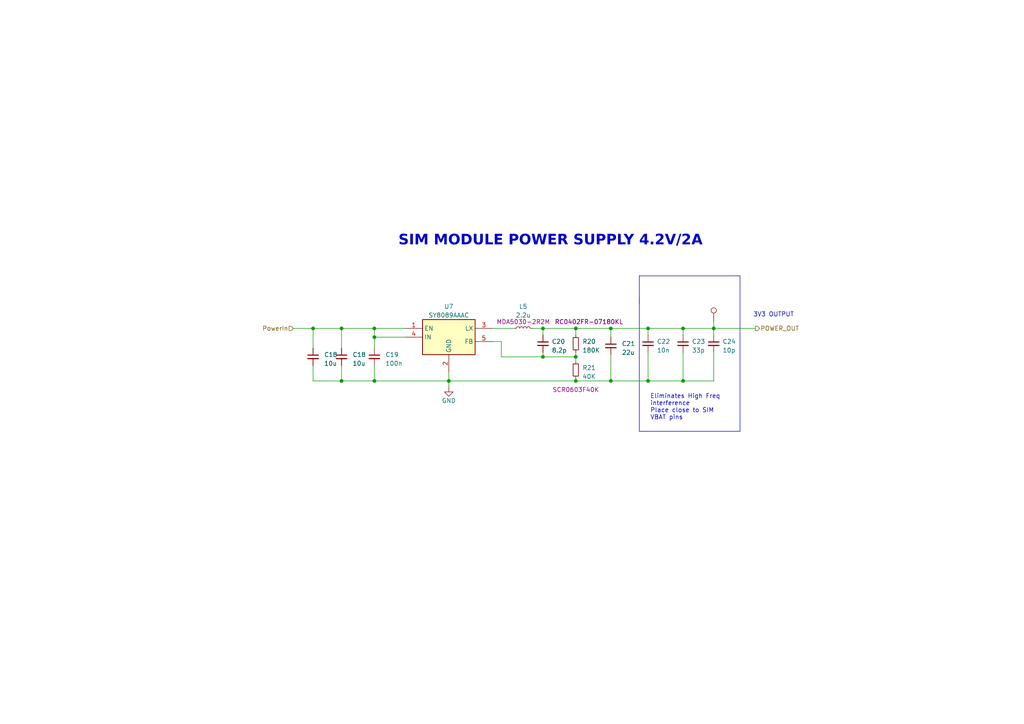
<source format=kicad_sch>
(kicad_sch (version 20230121) (generator eeschema)
  (paper "A4")
  (lib_symbols
    (symbol "Connector:TestPoint" (pin_numbers hide) (pin_names (offset 0.762) hide)
      (property "Reference" "TP" (at 0 6.858 0))
      (property "Value" "TestPoint" (at 0 5.08 0))
      (symbol "TestPoint_0_1"
        (circle (center 0 3.302) (radius 0.762))
      )
      (symbol "TestPoint_1_1"
        (pin passive line (at 0 0 90) (length 2.54) (name "1") (number "1"))
      )
    )
    (symbol "Device:C_Small" (pin_numbers hide) (pin_names (offset 0.254) hide)
      (property "Reference" "C" (at 0.254 1.778 0))
      (property "Value" "C_Small" (at 0.254 -2.032 0))
      (symbol "C_Small_0_1"
        (polyline (pts (xy -1.524 -0.508) (xy 1.524 -0.508)) (stroke (width 0.3302)))
        (polyline (pts (xy -1.524 0.508) (xy 1.524 0.508)) (stroke (width 0.3048)))
      )
      (symbol "C_Small_1_1"
        (pin passive line (at 0 2.54 270) (length 2.032) (name "~") (number "1"))
        (pin passive line (at 0 -2.54 90) (length 2.032) (name "~") (number "2"))
      )
    )
    (symbol "Device:L_Small" (pin_numbers hide) (pin_names (offset 0.254) hide)
      (property "Reference" "L" (at 0.762 1.016 0))
      (property "Value" "L_Small" (at 0.762 -1.016 0))
      (symbol "L_Small_0_1"
        (arc (start 0 -2.032) (mid 0.5058 -1.524) (end 0 -1.016))
        (arc (start 0 -1.016) (mid 0.5058 -0.508) (end 0 0))
        (arc (start 0 0) (mid 0.5058 0.508) (end 0 1.016))
        (arc (start 0 1.016) (mid 0.5058 1.524) (end 0 2.032))
      )
      (symbol "L_Small_1_1"
        (pin passive line (at 0 2.54 270) (length 0.508) (name "~") (number "1"))
        (pin passive line (at 0 -2.54 90) (length 0.508) (name "~") (number "2"))
      )
    )
    (symbol "Device:R_Small" (pin_numbers hide) (pin_names (offset 0.254) hide)
      (property "Reference" "R" (at 0.762 0.508 0))
      (property "Value" "R_Small" (at 0.762 -1.016 0))
      (symbol "R_Small_0_1"
        (rectangle (start -0.762 1.778) (end 0.762 -1.778) (stroke (width 0.2032)))
      )
      (symbol "R_Small_1_1"
        (pin passive line (at 0 2.54 270) (length 0.762) (name "~") (number "1"))
        (pin passive line (at 0 -2.54 90) (length 0.762) (name "~") (number "2"))
      )
    )
    (symbol "GCL_Integrated-Circuits:SY8089AAAC"
      (property "Reference" "U" (at 1.27 -7.62 0))
      (property "Value" "SY8089AAAC" (at -5.08 6.35 0))
      (symbol "SY8089AAAC_1_1"
        (rectangle (start -7.62 3.81) (end 7.62 -6.35) (stroke (width 0.254)) (fill (type background)))
        (pin passive line (at -12.7 1.27 0) (length 5.08) (name "EN") (number "1"))
        (pin passive line (at 0 -11.43 90) (length 5.08) (name "GND") (number "2"))
        (pin passive line (at 12.7 1.27 180) (length 5.08) (name "LX") (number "3"))
        (pin passive line (at -12.7 -1.27 0) (length 5.08) (name "IN") (number "4"))
        (pin passive line (at 12.7 -2.54 180) (length 5.08) (name "FB") (number "5"))
      )
    )
    (symbol "power:GND" (power) (pin_names (offset 0))
      (property "Value" "GND" (at 0 -3.81 0))
      (symbol "GND_0_1"
        (polyline (pts (xy 0 0) (xy 0 -1.27) (xy 1.27 -1.27) (xy 0 -2.54) (xy -1.27 -1.27) (xy 0 -1.27)))
      )
      (symbol "GND_1_1"
        (pin power_in line (at 0 0 270) (length 0) hide (name "GND") (number "1"))
      )
    )
  )
  (junction (at 90.805 95.25))
  (junction (at 207.01 95.25))
  (junction (at 108.585 110.49))
  (junction (at 108.585 97.79))
  (junction (at 157.48 103.505))
  (junction (at 177.165 110.49))
  (junction (at 130.175 110.49))
  (junction (at 167.005 103.505))
  (junction (at 187.96 110.49))
  (junction (at 177.165 95.25))
  (junction (at 99.06 110.49))
  (junction (at 167.005 95.25))
  (junction (at 198.12 110.49))
  (junction (at 99.06 95.25))
  (junction (at 108.585 95.25))
  (junction (at 187.96 95.25))
  (junction (at 198.12 95.25))
  (junction (at 167.005 110.49))
  (junction (at 157.48 95.25))
  (wire (pts (xy 108.585 97.79) (xy 117.475 97.79)))
  (wire (pts (xy 99.06 95.25) (xy 108.585 95.25)))
  (wire (pts (xy 85.09 95.25) (xy 90.805 95.25)))
  (wire (pts (xy 108.585 97.79) (xy 108.585 100.965)))
  (wire (pts (xy 99.06 100.965) (xy 99.06 95.25)))
  (wire (pts (xy 167.005 109.855) (xy 167.005 110.49)))
  (wire (pts (xy 130.175 107.95) (xy 130.175 110.49)))
  (wire (pts (xy 130.175 110.49) (xy 108.585 110.49)))
  (wire (pts (xy 167.005 103.505) (xy 167.005 104.775)))
  (wire (pts (xy 187.96 95.25) (xy 187.96 97.155)))
  (wire (pts (xy 198.12 110.49) (xy 207.01 110.49)))
  (wire (pts (xy 157.48 103.505) (xy 157.48 102.235)))
  (wire (pts (xy 198.12 102.235) (xy 198.12 110.49)))
  (wire (pts (xy 142.875 99.06) (xy 145.415 99.06)))
  (wire (pts (xy 108.585 106.045) (xy 108.585 110.49)))
  (wire (pts (xy 207.01 93.345) (xy 207.01 95.25)))
  (wire (pts (xy 177.165 102.87) (xy 177.165 110.49)))
  (wire (pts (xy 207.01 95.25) (xy 219.075 95.25)))
  (wire (pts (xy 187.96 110.49) (xy 198.12 110.49)))
  (wire (pts (xy 130.175 110.49) (xy 130.175 112.395)))
  (polyline (pts (xy 185.42 80.01) (xy 185.42 88.265)))
  (polyline (pts (xy 214.63 80.01) (xy 185.42 80.01)))
  (wire (pts (xy 108.585 95.25) (xy 108.585 97.79)))
  (wire (pts (xy 157.48 95.25) (xy 157.48 97.155)))
  (wire (pts (xy 198.12 95.25) (xy 198.12 97.155)))
  (wire (pts (xy 177.165 97.79) (xy 177.165 95.25)))
  (wire (pts (xy 167.005 110.49) (xy 130.175 110.49)))
  (wire (pts (xy 167.005 102.235) (xy 167.005 103.505)))
  (wire (pts (xy 187.96 102.235) (xy 187.96 110.49)))
  (wire (pts (xy 90.805 100.965) (xy 90.805 95.25)))
  (wire (pts (xy 177.165 110.49) (xy 187.96 110.49)))
  (wire (pts (xy 167.005 97.155) (xy 167.005 95.25)))
  (wire (pts (xy 177.165 95.25) (xy 167.005 95.25)))
  (wire (pts (xy 207.01 95.25) (xy 207.01 97.155)))
  (wire (pts (xy 198.12 95.25) (xy 207.01 95.25)))
  (wire (pts (xy 108.585 95.25) (xy 117.475 95.25)))
  (wire (pts (xy 167.005 95.25) (xy 157.48 95.25)))
  (wire (pts (xy 90.805 110.49) (xy 99.06 110.49)))
  (wire (pts (xy 154.305 95.25) (xy 157.48 95.25)))
  (wire (pts (xy 177.165 95.25) (xy 187.96 95.25)))
  (wire (pts (xy 145.415 103.505) (xy 157.48 103.505)))
  (wire (pts (xy 145.415 99.06) (xy 145.415 103.505)))
  (wire (pts (xy 99.06 110.49) (xy 99.06 106.045)))
  (wire (pts (xy 99.06 110.49) (xy 108.585 110.49)))
  (wire (pts (xy 90.805 110.49) (xy 90.805 106.045)))
  (wire (pts (xy 90.805 95.25) (xy 99.06 95.25)))
  (polyline (pts (xy 185.42 125.095) (xy 214.63 125.095)))
  (wire (pts (xy 157.48 103.505) (xy 167.005 103.505)))
  (polyline (pts (xy 185.42 86.36) (xy 185.42 125.095)))
  (wire (pts (xy 207.01 110.49) (xy 207.01 102.235)))
  (wire (pts (xy 167.005 110.49) (xy 177.165 110.49)))
  (polyline (pts (xy 214.63 125.095) (xy 214.63 80.01)))
  (wire (pts (xy 187.96 95.25) (xy 198.12 95.25)))
  (wire (pts (xy 142.875 95.25) (xy 149.225 95.25)))
  (text "SIM MODULE POWER SUPPLY 4.2V/2A " (at 115.57 72.39 0) (effects (font (size 3 3) (thickness 0.6) bold) (justify left bottom)))
  (text "Eliminates High Freq\ninterference\nPlace close to SIM\nVBAT pins" (at 188.595 121.92 0) (effects (font (size 1.27 1.27)) (justify left bottom)))
  (text "3V3 OUTPUT" (at 218.44 92.075 0) (effects (font (size 1.27 1.27)) (justify left bottom)))
  (hierarchical_label "PowerIn" (shape input) (at 85.09 95.25 180))
  (hierarchical_label "POWER_OUT" (shape output) (at 219.075 95.25 0))
  (symbol (lib_id "Connector:TestPoint") (at 207.01 93.345 0) (unit 1)
    (property "Reference" "TP2" (effects hide))
    (property "Value" "TestPoint" (effects hide))
    (property "Footprint" "TestPoint:TestPoint_Pad_D1.5mm" (effects hide))
    (instances (project "farmty_v1.2" (path "" (reference "TP2") (unit 1))) (project "proxy_obdII_logger_hardware" (path "" (reference "TP2") (unit 1)) (path "" (reference "TP3") (unit 1))) (project "Weather_Station_Project" (path "" (reference "TP2") (unit 1))) (project "BIM_PCB" (path "" (reference "TP9") (unit 1))) (project "ELIESTER_V2" (path "" (reference "TP11") (unit 1))))
  )
  (symbol (lib_id "GCL_Integrated-Circuits:SY8089AAAC") (at 130.175 96.52 0) (unit 1)
    (property "Reference" "U7" (at 130.175 88.9 0))
    (property "Value" "SY8089AAAC" (at 130.175 91.44 0))
    (property "Footprint" "Package_TO_SOT_SMD:SOT-23-5" (effects hide))
    (property "Datasheet" "https://datasheet.lcsc.com/szlcsc/Silergy-Corp-SY8089AAAC_C78988.pdf" (effects hide))
    (property "Height" "1.4" (effects hide))
    (property "Manufacturer_Name" "Silergy" (effects hide))
    (property "Manufacturer_Part_Number" "SY8089AAAC" (effects hide))
    (instances (project "proxy_obdII_logger_hardware" (path "" (reference "U7") (unit 1))) (project "Weather_Station_Project" (path "" (reference "U7") (unit 1))) (project "BIM_PCB" (path "" (reference "U16") (unit 1))) (project "ELIESTER_V2" (path "" (reference "U25") (unit 1))))
  )
  (symbol (lib_id "Device:C_Small") (at 207.01 99.695 0) (unit 1)
    (property "Reference" "C24" (at 209.55 99.0663 0) (effects (justify left)))
    (property "Value" "10p" (at 209.55 101.6063 0) (effects (justify left)))
    (property "Footprint" "Capacitor_SMD:C_0603_1608Metric" (effects hide))
    (instances (project "proxy_obdII_logger_hardware" (path "" (reference "C24") (unit 1))) (project "Weather_Station_Project" (path "" (reference "C24") (unit 1))) (project "BIM_PCB" (path "" (reference "C54") (unit 1))) (project "ELIESTER_V2" (path "" (reference "C77") (unit 1))))
  )
  (symbol (lib_id "Device:C_Small") (at 198.12 99.695 0) (unit 1)
    (property "Reference" "C23" (at 200.66 99.0663 0) (effects (justify left)))
    (property "Value" "33p" (at 200.66 101.6063 0) (effects (justify left)))
    (property "Footprint" "Capacitor_SMD:C_0603_1608Metric" (effects hide))
    (instances (project "proxy_obdII_logger_hardware" (path "" (reference "C23") (unit 1))) (project "Weather_Station_Project" (path "" (reference "C23") (unit 1))) (project "BIM_PCB" (path "" (reference "C53") (unit 1))) (project "ELIESTER_V2" (path "" (reference "C76") (unit 1))))
  )
  (symbol (lib_id "Device:C_Small") (at 90.805 103.505 0) (unit 1)
    (property "Reference" "C18" (at 93.98 102.8763 0) (effects (justify left)))
    (property "Value" "10u" (at 93.98 105.4163 0) (effects (justify left)))
    (property "Footprint" "Capacitor_SMD:C_0603_1608Metric" (effects hide))
    (instances (project "proxy_obdII_logger_hardware" (path "" (reference "C18") (unit 1))) (project "Weather_Station_Project" (path "" (reference "C18") (unit 1))) (project "BIM_PCB" (path "" (reference "C56") (unit 1))) (project "ELIESTER_V2" (path "" (reference "C79") (unit 1))))
  )
  (symbol (lib_id "Device:C_Small") (at 177.165 100.33 0) (unit 1)
    (property "Reference" "C21" (at 180.34 99.7013 0) (effects (justify left)))
    (property "Value" "22u" (at 180.34 102.2413 0) (effects (justify left)))
    (property "Footprint" "Capacitor_SMD:C_0603_1608Metric" (effects hide))
    (instances (project "proxy_obdII_logger_hardware" (path "" (reference "C21") (unit 1))) (project "Weather_Station_Project" (path "" (reference "C21") (unit 1))) (project "BIM_PCB" (path "" (reference "C55") (unit 1))) (project "ELIESTER_V2" (path "" (reference "C78") (unit 1))))
  )
  (symbol (lib_id "power:GND") (at 130.175 112.395 0) (unit 1)
    (property "Reference" "#PWR040" (effects hide))
    (property "Value" "GND" (at 130.175 116.205 0))
    (instances (project "proxy_obdII_logger_hardware" (path "" (reference "#PWR040") (unit 1))) (project "Weather_Station_Project" (path "" (reference "#PWR013") (unit 1))) (project "BIM_PCB" (path "" (reference "#PWR0103") (unit 1))) (project "ELIESTER_V2" (path "" (reference "#PWR0163") (unit 1))))
  )
  (symbol (lib_id "Device:C_Small") (at 108.585 103.505 0) (unit 1)
    (property "Reference" "C19" (at 111.76 102.8763 0) (effects (justify left)))
    (property "Value" "100n" (at 111.76 105.4163 0) (effects (justify left)))
    (property "Footprint" "Capacitor_SMD:C_0603_1608Metric" (effects hide))
    (instances (project "proxy_obdII_logger_hardware" (path "" (reference "C19") (unit 1))) (project "Weather_Station_Project" (path "" (reference "C19") (unit 1))) (project "BIM_PCB" (path "" (reference "C58") (unit 1))) (project "ELIESTER_V2" (path "" (reference "C80") (unit 1))))
  )
  (symbol (lib_id "Device:L_Small") (at 151.765 95.25 90) (unit 1)
    (property "Reference" "L5" (at 151.765 88.9 90))
    (property "Value" "2.2u" (at 151.765 91.44 90))
    (property "Footprint" "greencharge-footprints:MDA5030-100M" (effects hide))
    (property "MPN" "MDA5030-2R2M" (at 151.765 93.345 90))
    (instances (project "proxy_obdII_logger_hardware" (path "" (reference "L5") (unit 1))) (project "Weather_Station_Project" (path "" (reference "L5") (unit 1))) (project "BIM_PCB" (path "" (reference "L5") (unit 1))) (project "ELIESTER_V2" (path "" (reference "L12") (unit 1))))
  )
  (symbol (lib_id "Device:C_Small") (at 99.06 103.505 0) (unit 1)
    (property "Reference" "C18" (at 102.235 102.8763 0) (effects (justify left)))
    (property "Value" "10u" (at 102.235 105.4163 0) (effects (justify left)))
    (property "Footprint" "Capacitor_SMD:C_0603_1608Metric" (effects hide))
    (instances (project "proxy_obdII_logger_hardware" (path "" (reference "C18") (unit 1))) (project "Weather_Station_Project" (path "" (reference "C18") (unit 1))) (project "BIM_PCB" (path "" (reference "C57") (unit 1))) (project "ELIESTER_V2" (path "" (reference "C79") (unit 1))))
  )
  (symbol (lib_id "Device:R_Small") (at 167.005 99.695 0) (unit 1)
    (property "Reference" "R20" (at 168.91 99.06 0) (effects (justify left)))
    (property "Value" "180K" (at 168.91 101.6 0) (effects (justify left)))
    (property "Footprint" "Resistor_SMD:R_0402_1005Metric" (effects hide))
    (property "MPN" "RC0402FR-07180KL" (at 170.815 93.345 0))
    (instances (project "proxy_obdII_logger_hardware" (path "" (reference "R20") (unit 1))) (project "Weather_Station_Project" (path "" (reference "R20") (unit 1))) (project "BIM_PCB" (path "" (reference "R70") (unit 1))) (project "ELIESTER_V2" (path "" (reference "R55") (unit 1))))
  )
  (symbol (lib_id "Device:R_Small") (at 167.005 107.315 0) (unit 1)
    (property "Reference" "R21" (at 168.91 106.68 0) (effects (justify left)))
    (property "Value" "40K" (at 168.91 109.22 0) (effects (justify left)))
    (property "Footprint" "Resistor_SMD:R_0603_1608Metric" (effects hide))
    (property "MPN" "SCR0603F40K" (at 167.005 113.03 0))
    (instances (project "proxy_obdII_logger_hardware" (path "" (reference "R21") (unit 1))) (project "Weather_Station_Project" (path "" (reference "R21") (unit 1))) (project "BIM_PCB" (path "" (reference "R71") (unit 1))) (project "ELIESTER_V2" (path "" (reference "R56") (unit 1))))
  )
  (symbol (lib_id "Device:C_Small") (at 187.96 99.695 0) (unit 1)
    (property "Reference" "C22" (at 190.5 99.0663 0) (effects (justify left)))
    (property "Value" "10n" (at 190.5 101.6063 0) (effects (justify left)))
    (property "Footprint" "Capacitor_SMD:C_0603_1608Metric" (effects hide))
    (instances (project "proxy_obdII_logger_hardware" (path "" (reference "C22") (unit 1))) (project "Weather_Station_Project" (path "" (reference "C22") (unit 1))) (project "BIM_PCB" (path "" (reference "C48") (unit 1))) (project "ELIESTER_V2" (path "" (reference "C75") (unit 1))))
  )
  (symbol (lib_id "Device:C_Small") (at 157.48 99.695 0) (unit 1)
    (property "Reference" "C20" (at 160.02 99.0663 0) (effects (justify left)))
    (property "Value" "8.2p" (at 160.02 101.6063 0) (effects (justify left)))
    (property "Footprint" "Capacitor_SMD:C_0402_1005Metric" (effects hide))
    (instances (project "proxy_obdII_logger_hardware" (path "" (reference "C20") (unit 1))) (project "Weather_Station_Project" (path "" (reference "C20") (unit 1))) (project "BIM_PCB" (path "" (reference "C47") (unit 1))) (project "ELIESTER_V2" (path "" (reference "C74") (unit 1))))
  )
)
</source>
